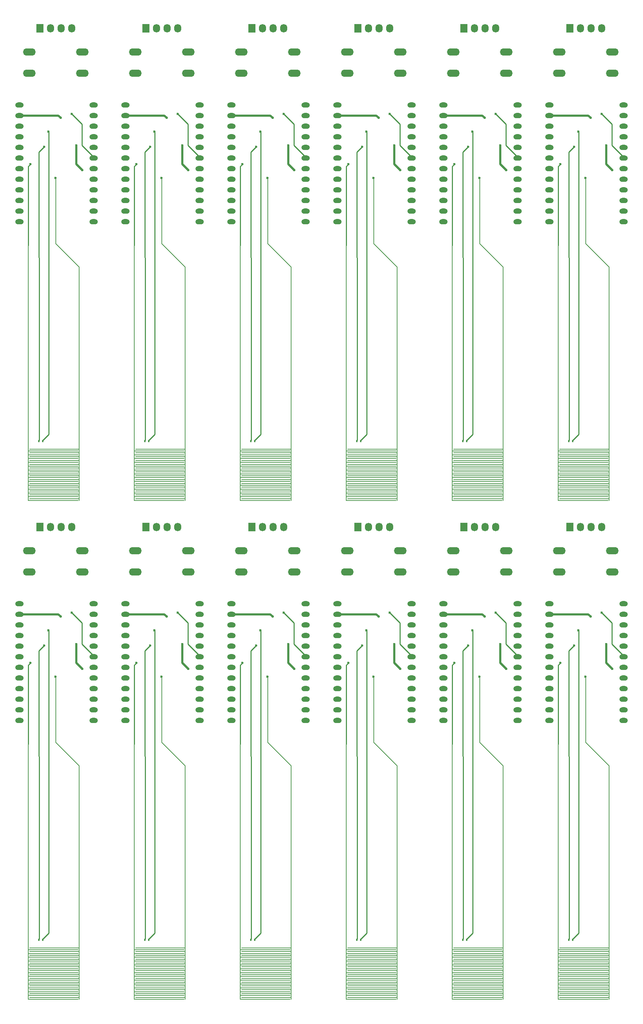
<source format=gtl>
G04 #@! TF.FileFunction,Copper,L1,Top,Signal*
%FSLAX46Y46*%
G04 Gerber Fmt 4.6, Leading zero omitted, Abs format (unit mm)*
G04 Created by KiCad (PCBNEW 4.0.1-stable) date 10/3/2016 4:29:35 PM*
%MOMM*%
G01*
G04 APERTURE LIST*
%ADD10C,0.100000*%
%ADD11O,3.048000X1.727200*%
%ADD12R,0.400000X0.600000*%
%ADD13R,1.727200X2.032000*%
%ADD14O,1.727200X2.032000*%
%ADD15O,2.000000X1.270000*%
%ADD16C,0.600000*%
%ADD17C,0.152400*%
%ADD18C,0.250000*%
%ADD19C,0.500000*%
G04 APERTURE END LIST*
D10*
D11*
X129895600Y-26238200D03*
X129895600Y-31318200D03*
X142595600Y-26238200D03*
X142595600Y-31318200D03*
D12*
X132239600Y-119329200D03*
X133139600Y-119329200D03*
D13*
X132486400Y-20548600D03*
D14*
X135026400Y-20548600D03*
X137566400Y-20548600D03*
X140106400Y-20548600D03*
D15*
X145338800Y-38887400D03*
X127558800Y-38887400D03*
X145338800Y-41427400D03*
X127558800Y-41427400D03*
X145338800Y-43967400D03*
X127558800Y-43967400D03*
X145338800Y-46507400D03*
X127558800Y-46507400D03*
X145338800Y-49047400D03*
X127558800Y-49047400D03*
X145338800Y-51587400D03*
X127558800Y-51587400D03*
X145338800Y-54127400D03*
X127558800Y-54127400D03*
X145338800Y-56667400D03*
X127558800Y-56667400D03*
X145338800Y-59207400D03*
X127558800Y-59207400D03*
X145338800Y-61747400D03*
X127558800Y-61747400D03*
X145338800Y-64287400D03*
X127558800Y-64287400D03*
X145338800Y-66827400D03*
X127558800Y-66827400D03*
D11*
X155295600Y-26238200D03*
X155295600Y-31318200D03*
X167995600Y-26238200D03*
X167995600Y-31318200D03*
D12*
X157639600Y-119329200D03*
X158539600Y-119329200D03*
D13*
X157886400Y-20548600D03*
D14*
X160426400Y-20548600D03*
X162966400Y-20548600D03*
X165506400Y-20548600D03*
D15*
X170738800Y-38887400D03*
X152958800Y-38887400D03*
X170738800Y-41427400D03*
X152958800Y-41427400D03*
X170738800Y-43967400D03*
X152958800Y-43967400D03*
X170738800Y-46507400D03*
X152958800Y-46507400D03*
X170738800Y-49047400D03*
X152958800Y-49047400D03*
X170738800Y-51587400D03*
X152958800Y-51587400D03*
X170738800Y-54127400D03*
X152958800Y-54127400D03*
X170738800Y-56667400D03*
X152958800Y-56667400D03*
X170738800Y-59207400D03*
X152958800Y-59207400D03*
X170738800Y-61747400D03*
X152958800Y-61747400D03*
X170738800Y-64287400D03*
X152958800Y-64287400D03*
X170738800Y-66827400D03*
X152958800Y-66827400D03*
X170738800Y-158267400D03*
X152958800Y-158267400D03*
X170738800Y-160807400D03*
X152958800Y-160807400D03*
X170738800Y-163347400D03*
X152958800Y-163347400D03*
X170738800Y-165887400D03*
X152958800Y-165887400D03*
X170738800Y-168427400D03*
X152958800Y-168427400D03*
X170738800Y-170967400D03*
X152958800Y-170967400D03*
X170738800Y-173507400D03*
X152958800Y-173507400D03*
X170738800Y-176047400D03*
X152958800Y-176047400D03*
X170738800Y-178587400D03*
X152958800Y-178587400D03*
X170738800Y-181127400D03*
X152958800Y-181127400D03*
X170738800Y-183667400D03*
X152958800Y-183667400D03*
X170738800Y-186207400D03*
X152958800Y-186207400D03*
D13*
X157886400Y-139928600D03*
D14*
X160426400Y-139928600D03*
X162966400Y-139928600D03*
X165506400Y-139928600D03*
D12*
X157639600Y-238709200D03*
X158539600Y-238709200D03*
D11*
X155295600Y-145618200D03*
X155295600Y-150698200D03*
X167995600Y-145618200D03*
X167995600Y-150698200D03*
D15*
X145338800Y-158267400D03*
X127558800Y-158267400D03*
X145338800Y-160807400D03*
X127558800Y-160807400D03*
X145338800Y-163347400D03*
X127558800Y-163347400D03*
X145338800Y-165887400D03*
X127558800Y-165887400D03*
X145338800Y-168427400D03*
X127558800Y-168427400D03*
X145338800Y-170967400D03*
X127558800Y-170967400D03*
X145338800Y-173507400D03*
X127558800Y-173507400D03*
X145338800Y-176047400D03*
X127558800Y-176047400D03*
X145338800Y-178587400D03*
X127558800Y-178587400D03*
X145338800Y-181127400D03*
X127558800Y-181127400D03*
X145338800Y-183667400D03*
X127558800Y-183667400D03*
X145338800Y-186207400D03*
X127558800Y-186207400D03*
D13*
X132486400Y-139928600D03*
D14*
X135026400Y-139928600D03*
X137566400Y-139928600D03*
X140106400Y-139928600D03*
D12*
X132239600Y-238709200D03*
X133139600Y-238709200D03*
D11*
X129895600Y-145618200D03*
X129895600Y-150698200D03*
X142595600Y-145618200D03*
X142595600Y-150698200D03*
D15*
X43738800Y-158267400D03*
X25958800Y-158267400D03*
X43738800Y-160807400D03*
X25958800Y-160807400D03*
X43738800Y-163347400D03*
X25958800Y-163347400D03*
X43738800Y-165887400D03*
X25958800Y-165887400D03*
X43738800Y-168427400D03*
X25958800Y-168427400D03*
X43738800Y-170967400D03*
X25958800Y-170967400D03*
X43738800Y-173507400D03*
X25958800Y-173507400D03*
X43738800Y-176047400D03*
X25958800Y-176047400D03*
X43738800Y-178587400D03*
X25958800Y-178587400D03*
X43738800Y-181127400D03*
X25958800Y-181127400D03*
X43738800Y-183667400D03*
X25958800Y-183667400D03*
X43738800Y-186207400D03*
X25958800Y-186207400D03*
D13*
X30886400Y-139928600D03*
D14*
X33426400Y-139928600D03*
X35966400Y-139928600D03*
X38506400Y-139928600D03*
D12*
X30639600Y-238709200D03*
X31539600Y-238709200D03*
D11*
X28295600Y-145618200D03*
X28295600Y-150698200D03*
X40995600Y-145618200D03*
X40995600Y-150698200D03*
X53695600Y-145618200D03*
X53695600Y-150698200D03*
X66395600Y-145618200D03*
X66395600Y-150698200D03*
D12*
X56039600Y-238709200D03*
X56939600Y-238709200D03*
D13*
X56286400Y-139928600D03*
D14*
X58826400Y-139928600D03*
X61366400Y-139928600D03*
X63906400Y-139928600D03*
D15*
X69138800Y-158267400D03*
X51358800Y-158267400D03*
X69138800Y-160807400D03*
X51358800Y-160807400D03*
X69138800Y-163347400D03*
X51358800Y-163347400D03*
X69138800Y-165887400D03*
X51358800Y-165887400D03*
X69138800Y-168427400D03*
X51358800Y-168427400D03*
X69138800Y-170967400D03*
X51358800Y-170967400D03*
X69138800Y-173507400D03*
X51358800Y-173507400D03*
X69138800Y-176047400D03*
X51358800Y-176047400D03*
X69138800Y-178587400D03*
X51358800Y-178587400D03*
X69138800Y-181127400D03*
X51358800Y-181127400D03*
X69138800Y-183667400D03*
X51358800Y-183667400D03*
X69138800Y-186207400D03*
X51358800Y-186207400D03*
X119938800Y-158267400D03*
X102158800Y-158267400D03*
X119938800Y-160807400D03*
X102158800Y-160807400D03*
X119938800Y-163347400D03*
X102158800Y-163347400D03*
X119938800Y-165887400D03*
X102158800Y-165887400D03*
X119938800Y-168427400D03*
X102158800Y-168427400D03*
X119938800Y-170967400D03*
X102158800Y-170967400D03*
X119938800Y-173507400D03*
X102158800Y-173507400D03*
X119938800Y-176047400D03*
X102158800Y-176047400D03*
X119938800Y-178587400D03*
X102158800Y-178587400D03*
X119938800Y-181127400D03*
X102158800Y-181127400D03*
X119938800Y-183667400D03*
X102158800Y-183667400D03*
X119938800Y-186207400D03*
X102158800Y-186207400D03*
D13*
X107086400Y-139928600D03*
D14*
X109626400Y-139928600D03*
X112166400Y-139928600D03*
X114706400Y-139928600D03*
D12*
X106839600Y-238709200D03*
X107739600Y-238709200D03*
D11*
X104495600Y-145618200D03*
X104495600Y-150698200D03*
X117195600Y-145618200D03*
X117195600Y-150698200D03*
X79095600Y-145618200D03*
X79095600Y-150698200D03*
X91795600Y-145618200D03*
X91795600Y-150698200D03*
D12*
X81439600Y-238709200D03*
X82339600Y-238709200D03*
D13*
X81686400Y-139928600D03*
D14*
X84226400Y-139928600D03*
X86766400Y-139928600D03*
X89306400Y-139928600D03*
D15*
X94538800Y-158267400D03*
X76758800Y-158267400D03*
X94538800Y-160807400D03*
X76758800Y-160807400D03*
X94538800Y-163347400D03*
X76758800Y-163347400D03*
X94538800Y-165887400D03*
X76758800Y-165887400D03*
X94538800Y-168427400D03*
X76758800Y-168427400D03*
X94538800Y-170967400D03*
X76758800Y-170967400D03*
X94538800Y-173507400D03*
X76758800Y-173507400D03*
X94538800Y-176047400D03*
X76758800Y-176047400D03*
X94538800Y-178587400D03*
X76758800Y-178587400D03*
X94538800Y-181127400D03*
X76758800Y-181127400D03*
X94538800Y-183667400D03*
X76758800Y-183667400D03*
X94538800Y-186207400D03*
X76758800Y-186207400D03*
X94538800Y-38887400D03*
X76758800Y-38887400D03*
X94538800Y-41427400D03*
X76758800Y-41427400D03*
X94538800Y-43967400D03*
X76758800Y-43967400D03*
X94538800Y-46507400D03*
X76758800Y-46507400D03*
X94538800Y-49047400D03*
X76758800Y-49047400D03*
X94538800Y-51587400D03*
X76758800Y-51587400D03*
X94538800Y-54127400D03*
X76758800Y-54127400D03*
X94538800Y-56667400D03*
X76758800Y-56667400D03*
X94538800Y-59207400D03*
X76758800Y-59207400D03*
X94538800Y-61747400D03*
X76758800Y-61747400D03*
X94538800Y-64287400D03*
X76758800Y-64287400D03*
X94538800Y-66827400D03*
X76758800Y-66827400D03*
D13*
X81686400Y-20548600D03*
D14*
X84226400Y-20548600D03*
X86766400Y-20548600D03*
X89306400Y-20548600D03*
D12*
X81439600Y-119329200D03*
X82339600Y-119329200D03*
D11*
X79095600Y-26238200D03*
X79095600Y-31318200D03*
X91795600Y-26238200D03*
X91795600Y-31318200D03*
X104495600Y-26238200D03*
X104495600Y-31318200D03*
X117195600Y-26238200D03*
X117195600Y-31318200D03*
D12*
X106839600Y-119329200D03*
X107739600Y-119329200D03*
D13*
X107086400Y-20548600D03*
D14*
X109626400Y-20548600D03*
X112166400Y-20548600D03*
X114706400Y-20548600D03*
D15*
X119938800Y-38887400D03*
X102158800Y-38887400D03*
X119938800Y-41427400D03*
X102158800Y-41427400D03*
X119938800Y-43967400D03*
X102158800Y-43967400D03*
X119938800Y-46507400D03*
X102158800Y-46507400D03*
X119938800Y-49047400D03*
X102158800Y-49047400D03*
X119938800Y-51587400D03*
X102158800Y-51587400D03*
X119938800Y-54127400D03*
X102158800Y-54127400D03*
X119938800Y-56667400D03*
X102158800Y-56667400D03*
X119938800Y-59207400D03*
X102158800Y-59207400D03*
X119938800Y-61747400D03*
X102158800Y-61747400D03*
X119938800Y-64287400D03*
X102158800Y-64287400D03*
X119938800Y-66827400D03*
X102158800Y-66827400D03*
X69138800Y-38887400D03*
X51358800Y-38887400D03*
X69138800Y-41427400D03*
X51358800Y-41427400D03*
X69138800Y-43967400D03*
X51358800Y-43967400D03*
X69138800Y-46507400D03*
X51358800Y-46507400D03*
X69138800Y-49047400D03*
X51358800Y-49047400D03*
X69138800Y-51587400D03*
X51358800Y-51587400D03*
X69138800Y-54127400D03*
X51358800Y-54127400D03*
X69138800Y-56667400D03*
X51358800Y-56667400D03*
X69138800Y-59207400D03*
X51358800Y-59207400D03*
X69138800Y-61747400D03*
X51358800Y-61747400D03*
X69138800Y-64287400D03*
X51358800Y-64287400D03*
X69138800Y-66827400D03*
X51358800Y-66827400D03*
D13*
X56286400Y-20548600D03*
D14*
X58826400Y-20548600D03*
X61366400Y-20548600D03*
X63906400Y-20548600D03*
D12*
X56039600Y-119329200D03*
X56939600Y-119329200D03*
D11*
X53695600Y-26238200D03*
X53695600Y-31318200D03*
X66395600Y-26238200D03*
X66395600Y-31318200D03*
X28295600Y-26238200D03*
X28295600Y-31318200D03*
X40995600Y-26238200D03*
X40995600Y-31318200D03*
D12*
X30639600Y-119329200D03*
X31539600Y-119329200D03*
D13*
X30886400Y-20548600D03*
D14*
X33426400Y-20548600D03*
X35966400Y-20548600D03*
X38506400Y-20548600D03*
D15*
X43738800Y-38887400D03*
X25958800Y-38887400D03*
X43738800Y-41427400D03*
X25958800Y-41427400D03*
X43738800Y-43967400D03*
X25958800Y-43967400D03*
X43738800Y-46507400D03*
X25958800Y-46507400D03*
X43738800Y-49047400D03*
X25958800Y-49047400D03*
X43738800Y-51587400D03*
X25958800Y-51587400D03*
X43738800Y-54127400D03*
X25958800Y-54127400D03*
X43738800Y-56667400D03*
X25958800Y-56667400D03*
X43738800Y-59207400D03*
X25958800Y-59207400D03*
X43738800Y-61747400D03*
X25958800Y-61747400D03*
X43738800Y-64287400D03*
X25958800Y-64287400D03*
X43738800Y-66827400D03*
X25958800Y-66827400D03*
D16*
X134493000Y-45237400D03*
X159893000Y-45237400D03*
X159893000Y-164617400D03*
X134493000Y-164617400D03*
X32893000Y-164617400D03*
X58293000Y-164617400D03*
X109093000Y-164617400D03*
X83693000Y-164617400D03*
X83693000Y-45237400D03*
X109093000Y-45237400D03*
X58293000Y-45237400D03*
X32893000Y-45237400D03*
X141147800Y-48514000D03*
X142595600Y-54508400D03*
X137414000Y-41986200D03*
X166547800Y-48514000D03*
X167995600Y-54508400D03*
X162814000Y-41986200D03*
X162814000Y-161366200D03*
X167995600Y-173888400D03*
X166547800Y-167894000D03*
X137414000Y-161366200D03*
X142595600Y-173888400D03*
X141147800Y-167894000D03*
X35814000Y-161366200D03*
X40995600Y-173888400D03*
X39547800Y-167894000D03*
X64947800Y-167894000D03*
X66395600Y-173888400D03*
X61214000Y-161366200D03*
X112014000Y-161366200D03*
X117195600Y-173888400D03*
X115747800Y-167894000D03*
X90347800Y-167894000D03*
X91795600Y-173888400D03*
X86614000Y-161366200D03*
X86614000Y-41986200D03*
X91795600Y-54508400D03*
X90347800Y-48514000D03*
X115747800Y-48514000D03*
X117195600Y-54508400D03*
X112014000Y-41986200D03*
X61214000Y-41986200D03*
X66395600Y-54508400D03*
X64947800Y-48514000D03*
X39547800Y-48514000D03*
X40995600Y-54508400D03*
X35814000Y-41986200D03*
X133477000Y-48869600D03*
X158877000Y-48869600D03*
X158877000Y-168249600D03*
X133477000Y-168249600D03*
X31877000Y-168249600D03*
X57277000Y-168249600D03*
X108077000Y-168249600D03*
X82677000Y-168249600D03*
X82677000Y-48869600D03*
X108077000Y-48869600D03*
X57277000Y-48869600D03*
X31877000Y-48869600D03*
X136220200Y-56311800D03*
X161620200Y-56311800D03*
X161620200Y-175691800D03*
X136220200Y-175691800D03*
X34620200Y-175691800D03*
X60020200Y-175691800D03*
X110820200Y-175691800D03*
X85420200Y-175691800D03*
X85420200Y-56311800D03*
X110820200Y-56311800D03*
X60020200Y-56311800D03*
X34620200Y-56311800D03*
X130175000Y-53060600D03*
X155575000Y-53060600D03*
X155575000Y-172440600D03*
X130175000Y-172440600D03*
X28575000Y-172440600D03*
X53975000Y-172440600D03*
X104775000Y-172440600D03*
X79375000Y-172440600D03*
X79375000Y-53060600D03*
X104775000Y-53060600D03*
X53975000Y-53060600D03*
X28575000Y-53060600D03*
X140081000Y-41046400D03*
X165481000Y-41046400D03*
X165481000Y-160426400D03*
X140081000Y-160426400D03*
X38481000Y-160426400D03*
X63881000Y-160426400D03*
X114681000Y-160426400D03*
X89281000Y-160426400D03*
X89281000Y-41046400D03*
X114681000Y-41046400D03*
X63881000Y-41046400D03*
X38481000Y-41046400D03*
D17*
X129695000Y-121374400D02*
X129695000Y-128153220D01*
X129695000Y-128153220D02*
X129695000Y-133566400D01*
X129695000Y-133566400D02*
X141582200Y-133566400D01*
X129695000Y-128080000D02*
X141582200Y-128080000D01*
X141887000Y-121247400D02*
X129999800Y-121247400D01*
X141887000Y-133109200D02*
X129999800Y-133109200D01*
X129695000Y-132652000D02*
X141582200Y-132652000D01*
X129695000Y-131737600D02*
X141582200Y-131737600D01*
X141887000Y-131280400D02*
X129999800Y-131280400D01*
X129695000Y-130823200D02*
X141582200Y-130823200D01*
X141887000Y-130366000D02*
X129999800Y-130366000D01*
X129695000Y-129908800D02*
X141582200Y-129908800D01*
X141887000Y-129451600D02*
X129999800Y-129451600D01*
X129695000Y-128994400D02*
X141582200Y-128994400D01*
X141887000Y-128537200D02*
X129999800Y-128537200D01*
X141887000Y-127622800D02*
X129999800Y-127622800D01*
X129695000Y-127165600D02*
X141582200Y-127165600D01*
X141887000Y-126708400D02*
X129999800Y-126708400D01*
X129695000Y-126251200D02*
X141582200Y-126251200D01*
X141887000Y-125794000D02*
X129999800Y-125794000D01*
X129695000Y-125336800D02*
X141582200Y-125336800D01*
X141887000Y-124879600D02*
X129999800Y-124879600D01*
X129695000Y-124422400D02*
X141582200Y-124422400D01*
X141887000Y-123965200D02*
X129999800Y-123965200D01*
X129695000Y-123508000D02*
X141582200Y-123508000D01*
X141887000Y-123050800D02*
X129999800Y-123050800D01*
X129695000Y-122593600D02*
X141582200Y-122593600D01*
X141887000Y-122136400D02*
X129999800Y-122136400D01*
X141887000Y-133566400D02*
X141887000Y-133416040D01*
X141887000Y-133416040D02*
X141887000Y-132790400D01*
X141887000Y-132190400D02*
X141887000Y-121374400D01*
X141887000Y-132790400D02*
X141887000Y-132190400D01*
X141887000Y-132194800D02*
X129999800Y-132194800D01*
X155095000Y-121374400D02*
X155095000Y-128153220D01*
X155095000Y-128153220D02*
X155095000Y-133566400D01*
X155095000Y-133566400D02*
X166982200Y-133566400D01*
X155095000Y-128080000D02*
X166982200Y-128080000D01*
X167287000Y-121247400D02*
X155399800Y-121247400D01*
X167287000Y-133109200D02*
X155399800Y-133109200D01*
X155095000Y-132652000D02*
X166982200Y-132652000D01*
X155095000Y-131737600D02*
X166982200Y-131737600D01*
X167287000Y-131280400D02*
X155399800Y-131280400D01*
X155095000Y-130823200D02*
X166982200Y-130823200D01*
X167287000Y-130366000D02*
X155399800Y-130366000D01*
X155095000Y-129908800D02*
X166982200Y-129908800D01*
X167287000Y-129451600D02*
X155399800Y-129451600D01*
X155095000Y-128994400D02*
X166982200Y-128994400D01*
X167287000Y-128537200D02*
X155399800Y-128537200D01*
X167287000Y-127622800D02*
X155399800Y-127622800D01*
X155095000Y-127165600D02*
X166982200Y-127165600D01*
X167287000Y-126708400D02*
X155399800Y-126708400D01*
X155095000Y-126251200D02*
X166982200Y-126251200D01*
X167287000Y-125794000D02*
X155399800Y-125794000D01*
X155095000Y-125336800D02*
X166982200Y-125336800D01*
X167287000Y-124879600D02*
X155399800Y-124879600D01*
X155095000Y-124422400D02*
X166982200Y-124422400D01*
X167287000Y-123965200D02*
X155399800Y-123965200D01*
X155095000Y-123508000D02*
X166982200Y-123508000D01*
X167287000Y-123050800D02*
X155399800Y-123050800D01*
X155095000Y-122593600D02*
X166982200Y-122593600D01*
X167287000Y-122136400D02*
X155399800Y-122136400D01*
X167287000Y-133566400D02*
X167287000Y-133416040D01*
X167287000Y-133416040D02*
X167287000Y-132790400D01*
X167287000Y-132190400D02*
X167287000Y-121374400D01*
X167287000Y-132790400D02*
X167287000Y-132190400D01*
X167287000Y-132194800D02*
X155399800Y-132194800D01*
X167287000Y-251574800D02*
X155399800Y-251574800D01*
X167287000Y-252170400D02*
X167287000Y-251570400D01*
X167287000Y-251570400D02*
X167287000Y-240754400D01*
X167287000Y-252796040D02*
X167287000Y-252170400D01*
X167287000Y-252946400D02*
X167287000Y-252796040D01*
X167287000Y-241516400D02*
X155399800Y-241516400D01*
X155095000Y-241973600D02*
X166982200Y-241973600D01*
X167287000Y-242430800D02*
X155399800Y-242430800D01*
X155095000Y-242888000D02*
X166982200Y-242888000D01*
X167287000Y-243345200D02*
X155399800Y-243345200D01*
X155095000Y-243802400D02*
X166982200Y-243802400D01*
X167287000Y-244259600D02*
X155399800Y-244259600D01*
X155095000Y-244716800D02*
X166982200Y-244716800D01*
X167287000Y-245174000D02*
X155399800Y-245174000D01*
X155095000Y-245631200D02*
X166982200Y-245631200D01*
X167287000Y-246088400D02*
X155399800Y-246088400D01*
X155095000Y-246545600D02*
X166982200Y-246545600D01*
X167287000Y-247002800D02*
X155399800Y-247002800D01*
X167287000Y-247917200D02*
X155399800Y-247917200D01*
X155095000Y-248374400D02*
X166982200Y-248374400D01*
X167287000Y-248831600D02*
X155399800Y-248831600D01*
X155095000Y-249288800D02*
X166982200Y-249288800D01*
X167287000Y-249746000D02*
X155399800Y-249746000D01*
X155095000Y-250203200D02*
X166982200Y-250203200D01*
X167287000Y-250660400D02*
X155399800Y-250660400D01*
X155095000Y-251117600D02*
X166982200Y-251117600D01*
X155095000Y-252032000D02*
X166982200Y-252032000D01*
X167287000Y-252489200D02*
X155399800Y-252489200D01*
X167287000Y-240627400D02*
X155399800Y-240627400D01*
X155095000Y-247460000D02*
X166982200Y-247460000D01*
X155095000Y-252946400D02*
X166982200Y-252946400D01*
X155095000Y-247533220D02*
X155095000Y-252946400D01*
X155095000Y-240754400D02*
X155095000Y-247533220D01*
X141887000Y-251574800D02*
X129999800Y-251574800D01*
X141887000Y-252170400D02*
X141887000Y-251570400D01*
X141887000Y-251570400D02*
X141887000Y-240754400D01*
X141887000Y-252796040D02*
X141887000Y-252170400D01*
X141887000Y-252946400D02*
X141887000Y-252796040D01*
X141887000Y-241516400D02*
X129999800Y-241516400D01*
X129695000Y-241973600D02*
X141582200Y-241973600D01*
X141887000Y-242430800D02*
X129999800Y-242430800D01*
X129695000Y-242888000D02*
X141582200Y-242888000D01*
X141887000Y-243345200D02*
X129999800Y-243345200D01*
X129695000Y-243802400D02*
X141582200Y-243802400D01*
X141887000Y-244259600D02*
X129999800Y-244259600D01*
X129695000Y-244716800D02*
X141582200Y-244716800D01*
X141887000Y-245174000D02*
X129999800Y-245174000D01*
X129695000Y-245631200D02*
X141582200Y-245631200D01*
X141887000Y-246088400D02*
X129999800Y-246088400D01*
X129695000Y-246545600D02*
X141582200Y-246545600D01*
X141887000Y-247002800D02*
X129999800Y-247002800D01*
X141887000Y-247917200D02*
X129999800Y-247917200D01*
X129695000Y-248374400D02*
X141582200Y-248374400D01*
X141887000Y-248831600D02*
X129999800Y-248831600D01*
X129695000Y-249288800D02*
X141582200Y-249288800D01*
X141887000Y-249746000D02*
X129999800Y-249746000D01*
X129695000Y-250203200D02*
X141582200Y-250203200D01*
X141887000Y-250660400D02*
X129999800Y-250660400D01*
X129695000Y-251117600D02*
X141582200Y-251117600D01*
X129695000Y-252032000D02*
X141582200Y-252032000D01*
X141887000Y-252489200D02*
X129999800Y-252489200D01*
X141887000Y-240627400D02*
X129999800Y-240627400D01*
X129695000Y-247460000D02*
X141582200Y-247460000D01*
X129695000Y-252946400D02*
X141582200Y-252946400D01*
X129695000Y-247533220D02*
X129695000Y-252946400D01*
X129695000Y-240754400D02*
X129695000Y-247533220D01*
X40287000Y-251574800D02*
X28399800Y-251574800D01*
X40287000Y-252170400D02*
X40287000Y-251570400D01*
X40287000Y-251570400D02*
X40287000Y-240754400D01*
X40287000Y-252796040D02*
X40287000Y-252170400D01*
X40287000Y-252946400D02*
X40287000Y-252796040D01*
X40287000Y-241516400D02*
X28399800Y-241516400D01*
X28095000Y-241973600D02*
X39982200Y-241973600D01*
X40287000Y-242430800D02*
X28399800Y-242430800D01*
X28095000Y-242888000D02*
X39982200Y-242888000D01*
X40287000Y-243345200D02*
X28399800Y-243345200D01*
X28095000Y-243802400D02*
X39982200Y-243802400D01*
X40287000Y-244259600D02*
X28399800Y-244259600D01*
X28095000Y-244716800D02*
X39982200Y-244716800D01*
X40287000Y-245174000D02*
X28399800Y-245174000D01*
X28095000Y-245631200D02*
X39982200Y-245631200D01*
X40287000Y-246088400D02*
X28399800Y-246088400D01*
X28095000Y-246545600D02*
X39982200Y-246545600D01*
X40287000Y-247002800D02*
X28399800Y-247002800D01*
X40287000Y-247917200D02*
X28399800Y-247917200D01*
X28095000Y-248374400D02*
X39982200Y-248374400D01*
X40287000Y-248831600D02*
X28399800Y-248831600D01*
X28095000Y-249288800D02*
X39982200Y-249288800D01*
X40287000Y-249746000D02*
X28399800Y-249746000D01*
X28095000Y-250203200D02*
X39982200Y-250203200D01*
X40287000Y-250660400D02*
X28399800Y-250660400D01*
X28095000Y-251117600D02*
X39982200Y-251117600D01*
X28095000Y-252032000D02*
X39982200Y-252032000D01*
X40287000Y-252489200D02*
X28399800Y-252489200D01*
X40287000Y-240627400D02*
X28399800Y-240627400D01*
X28095000Y-247460000D02*
X39982200Y-247460000D01*
X28095000Y-252946400D02*
X39982200Y-252946400D01*
X28095000Y-247533220D02*
X28095000Y-252946400D01*
X28095000Y-240754400D02*
X28095000Y-247533220D01*
X53495000Y-240754400D02*
X53495000Y-247533220D01*
X53495000Y-247533220D02*
X53495000Y-252946400D01*
X53495000Y-252946400D02*
X65382200Y-252946400D01*
X53495000Y-247460000D02*
X65382200Y-247460000D01*
X65687000Y-240627400D02*
X53799800Y-240627400D01*
X65687000Y-252489200D02*
X53799800Y-252489200D01*
X53495000Y-252032000D02*
X65382200Y-252032000D01*
X53495000Y-251117600D02*
X65382200Y-251117600D01*
X65687000Y-250660400D02*
X53799800Y-250660400D01*
X53495000Y-250203200D02*
X65382200Y-250203200D01*
X65687000Y-249746000D02*
X53799800Y-249746000D01*
X53495000Y-249288800D02*
X65382200Y-249288800D01*
X65687000Y-248831600D02*
X53799800Y-248831600D01*
X53495000Y-248374400D02*
X65382200Y-248374400D01*
X65687000Y-247917200D02*
X53799800Y-247917200D01*
X65687000Y-247002800D02*
X53799800Y-247002800D01*
X53495000Y-246545600D02*
X65382200Y-246545600D01*
X65687000Y-246088400D02*
X53799800Y-246088400D01*
X53495000Y-245631200D02*
X65382200Y-245631200D01*
X65687000Y-245174000D02*
X53799800Y-245174000D01*
X53495000Y-244716800D02*
X65382200Y-244716800D01*
X65687000Y-244259600D02*
X53799800Y-244259600D01*
X53495000Y-243802400D02*
X65382200Y-243802400D01*
X65687000Y-243345200D02*
X53799800Y-243345200D01*
X53495000Y-242888000D02*
X65382200Y-242888000D01*
X65687000Y-242430800D02*
X53799800Y-242430800D01*
X53495000Y-241973600D02*
X65382200Y-241973600D01*
X65687000Y-241516400D02*
X53799800Y-241516400D01*
X65687000Y-252946400D02*
X65687000Y-252796040D01*
X65687000Y-252796040D02*
X65687000Y-252170400D01*
X65687000Y-251570400D02*
X65687000Y-240754400D01*
X65687000Y-252170400D02*
X65687000Y-251570400D01*
X65687000Y-251574800D02*
X53799800Y-251574800D01*
X116487000Y-251574800D02*
X104599800Y-251574800D01*
X116487000Y-252170400D02*
X116487000Y-251570400D01*
X116487000Y-251570400D02*
X116487000Y-240754400D01*
X116487000Y-252796040D02*
X116487000Y-252170400D01*
X116487000Y-252946400D02*
X116487000Y-252796040D01*
X116487000Y-241516400D02*
X104599800Y-241516400D01*
X104295000Y-241973600D02*
X116182200Y-241973600D01*
X116487000Y-242430800D02*
X104599800Y-242430800D01*
X104295000Y-242888000D02*
X116182200Y-242888000D01*
X116487000Y-243345200D02*
X104599800Y-243345200D01*
X104295000Y-243802400D02*
X116182200Y-243802400D01*
X116487000Y-244259600D02*
X104599800Y-244259600D01*
X104295000Y-244716800D02*
X116182200Y-244716800D01*
X116487000Y-245174000D02*
X104599800Y-245174000D01*
X104295000Y-245631200D02*
X116182200Y-245631200D01*
X116487000Y-246088400D02*
X104599800Y-246088400D01*
X104295000Y-246545600D02*
X116182200Y-246545600D01*
X116487000Y-247002800D02*
X104599800Y-247002800D01*
X116487000Y-247917200D02*
X104599800Y-247917200D01*
X104295000Y-248374400D02*
X116182200Y-248374400D01*
X116487000Y-248831600D02*
X104599800Y-248831600D01*
X104295000Y-249288800D02*
X116182200Y-249288800D01*
X116487000Y-249746000D02*
X104599800Y-249746000D01*
X104295000Y-250203200D02*
X116182200Y-250203200D01*
X116487000Y-250660400D02*
X104599800Y-250660400D01*
X104295000Y-251117600D02*
X116182200Y-251117600D01*
X104295000Y-252032000D02*
X116182200Y-252032000D01*
X116487000Y-252489200D02*
X104599800Y-252489200D01*
X116487000Y-240627400D02*
X104599800Y-240627400D01*
X104295000Y-247460000D02*
X116182200Y-247460000D01*
X104295000Y-252946400D02*
X116182200Y-252946400D01*
X104295000Y-247533220D02*
X104295000Y-252946400D01*
X104295000Y-240754400D02*
X104295000Y-247533220D01*
X78895000Y-240754400D02*
X78895000Y-247533220D01*
X78895000Y-247533220D02*
X78895000Y-252946400D01*
X78895000Y-252946400D02*
X90782200Y-252946400D01*
X78895000Y-247460000D02*
X90782200Y-247460000D01*
X91087000Y-240627400D02*
X79199800Y-240627400D01*
X91087000Y-252489200D02*
X79199800Y-252489200D01*
X78895000Y-252032000D02*
X90782200Y-252032000D01*
X78895000Y-251117600D02*
X90782200Y-251117600D01*
X91087000Y-250660400D02*
X79199800Y-250660400D01*
X78895000Y-250203200D02*
X90782200Y-250203200D01*
X91087000Y-249746000D02*
X79199800Y-249746000D01*
X78895000Y-249288800D02*
X90782200Y-249288800D01*
X91087000Y-248831600D02*
X79199800Y-248831600D01*
X78895000Y-248374400D02*
X90782200Y-248374400D01*
X91087000Y-247917200D02*
X79199800Y-247917200D01*
X91087000Y-247002800D02*
X79199800Y-247002800D01*
X78895000Y-246545600D02*
X90782200Y-246545600D01*
X91087000Y-246088400D02*
X79199800Y-246088400D01*
X78895000Y-245631200D02*
X90782200Y-245631200D01*
X91087000Y-245174000D02*
X79199800Y-245174000D01*
X78895000Y-244716800D02*
X90782200Y-244716800D01*
X91087000Y-244259600D02*
X79199800Y-244259600D01*
X78895000Y-243802400D02*
X90782200Y-243802400D01*
X91087000Y-243345200D02*
X79199800Y-243345200D01*
X78895000Y-242888000D02*
X90782200Y-242888000D01*
X91087000Y-242430800D02*
X79199800Y-242430800D01*
X78895000Y-241973600D02*
X90782200Y-241973600D01*
X91087000Y-241516400D02*
X79199800Y-241516400D01*
X91087000Y-252946400D02*
X91087000Y-252796040D01*
X91087000Y-252796040D02*
X91087000Y-252170400D01*
X91087000Y-251570400D02*
X91087000Y-240754400D01*
X91087000Y-252170400D02*
X91087000Y-251570400D01*
X91087000Y-251574800D02*
X79199800Y-251574800D01*
X91087000Y-132194800D02*
X79199800Y-132194800D01*
X91087000Y-132790400D02*
X91087000Y-132190400D01*
X91087000Y-132190400D02*
X91087000Y-121374400D01*
X91087000Y-133416040D02*
X91087000Y-132790400D01*
X91087000Y-133566400D02*
X91087000Y-133416040D01*
X91087000Y-122136400D02*
X79199800Y-122136400D01*
X78895000Y-122593600D02*
X90782200Y-122593600D01*
X91087000Y-123050800D02*
X79199800Y-123050800D01*
X78895000Y-123508000D02*
X90782200Y-123508000D01*
X91087000Y-123965200D02*
X79199800Y-123965200D01*
X78895000Y-124422400D02*
X90782200Y-124422400D01*
X91087000Y-124879600D02*
X79199800Y-124879600D01*
X78895000Y-125336800D02*
X90782200Y-125336800D01*
X91087000Y-125794000D02*
X79199800Y-125794000D01*
X78895000Y-126251200D02*
X90782200Y-126251200D01*
X91087000Y-126708400D02*
X79199800Y-126708400D01*
X78895000Y-127165600D02*
X90782200Y-127165600D01*
X91087000Y-127622800D02*
X79199800Y-127622800D01*
X91087000Y-128537200D02*
X79199800Y-128537200D01*
X78895000Y-128994400D02*
X90782200Y-128994400D01*
X91087000Y-129451600D02*
X79199800Y-129451600D01*
X78895000Y-129908800D02*
X90782200Y-129908800D01*
X91087000Y-130366000D02*
X79199800Y-130366000D01*
X78895000Y-130823200D02*
X90782200Y-130823200D01*
X91087000Y-131280400D02*
X79199800Y-131280400D01*
X78895000Y-131737600D02*
X90782200Y-131737600D01*
X78895000Y-132652000D02*
X90782200Y-132652000D01*
X91087000Y-133109200D02*
X79199800Y-133109200D01*
X91087000Y-121247400D02*
X79199800Y-121247400D01*
X78895000Y-128080000D02*
X90782200Y-128080000D01*
X78895000Y-133566400D02*
X90782200Y-133566400D01*
X78895000Y-128153220D02*
X78895000Y-133566400D01*
X78895000Y-121374400D02*
X78895000Y-128153220D01*
X104295000Y-121374400D02*
X104295000Y-128153220D01*
X104295000Y-128153220D02*
X104295000Y-133566400D01*
X104295000Y-133566400D02*
X116182200Y-133566400D01*
X104295000Y-128080000D02*
X116182200Y-128080000D01*
X116487000Y-121247400D02*
X104599800Y-121247400D01*
X116487000Y-133109200D02*
X104599800Y-133109200D01*
X104295000Y-132652000D02*
X116182200Y-132652000D01*
X104295000Y-131737600D02*
X116182200Y-131737600D01*
X116487000Y-131280400D02*
X104599800Y-131280400D01*
X104295000Y-130823200D02*
X116182200Y-130823200D01*
X116487000Y-130366000D02*
X104599800Y-130366000D01*
X104295000Y-129908800D02*
X116182200Y-129908800D01*
X116487000Y-129451600D02*
X104599800Y-129451600D01*
X104295000Y-128994400D02*
X116182200Y-128994400D01*
X116487000Y-128537200D02*
X104599800Y-128537200D01*
X116487000Y-127622800D02*
X104599800Y-127622800D01*
X104295000Y-127165600D02*
X116182200Y-127165600D01*
X116487000Y-126708400D02*
X104599800Y-126708400D01*
X104295000Y-126251200D02*
X116182200Y-126251200D01*
X116487000Y-125794000D02*
X104599800Y-125794000D01*
X104295000Y-125336800D02*
X116182200Y-125336800D01*
X116487000Y-124879600D02*
X104599800Y-124879600D01*
X104295000Y-124422400D02*
X116182200Y-124422400D01*
X116487000Y-123965200D02*
X104599800Y-123965200D01*
X104295000Y-123508000D02*
X116182200Y-123508000D01*
X116487000Y-123050800D02*
X104599800Y-123050800D01*
X104295000Y-122593600D02*
X116182200Y-122593600D01*
X116487000Y-122136400D02*
X104599800Y-122136400D01*
X116487000Y-133566400D02*
X116487000Y-133416040D01*
X116487000Y-133416040D02*
X116487000Y-132790400D01*
X116487000Y-132190400D02*
X116487000Y-121374400D01*
X116487000Y-132790400D02*
X116487000Y-132190400D01*
X116487000Y-132194800D02*
X104599800Y-132194800D01*
X65687000Y-132194800D02*
X53799800Y-132194800D01*
X65687000Y-132790400D02*
X65687000Y-132190400D01*
X65687000Y-132190400D02*
X65687000Y-121374400D01*
X65687000Y-133416040D02*
X65687000Y-132790400D01*
X65687000Y-133566400D02*
X65687000Y-133416040D01*
X65687000Y-122136400D02*
X53799800Y-122136400D01*
X53495000Y-122593600D02*
X65382200Y-122593600D01*
X65687000Y-123050800D02*
X53799800Y-123050800D01*
X53495000Y-123508000D02*
X65382200Y-123508000D01*
X65687000Y-123965200D02*
X53799800Y-123965200D01*
X53495000Y-124422400D02*
X65382200Y-124422400D01*
X65687000Y-124879600D02*
X53799800Y-124879600D01*
X53495000Y-125336800D02*
X65382200Y-125336800D01*
X65687000Y-125794000D02*
X53799800Y-125794000D01*
X53495000Y-126251200D02*
X65382200Y-126251200D01*
X65687000Y-126708400D02*
X53799800Y-126708400D01*
X53495000Y-127165600D02*
X65382200Y-127165600D01*
X65687000Y-127622800D02*
X53799800Y-127622800D01*
X65687000Y-128537200D02*
X53799800Y-128537200D01*
X53495000Y-128994400D02*
X65382200Y-128994400D01*
X65687000Y-129451600D02*
X53799800Y-129451600D01*
X53495000Y-129908800D02*
X65382200Y-129908800D01*
X65687000Y-130366000D02*
X53799800Y-130366000D01*
X53495000Y-130823200D02*
X65382200Y-130823200D01*
X65687000Y-131280400D02*
X53799800Y-131280400D01*
X53495000Y-131737600D02*
X65382200Y-131737600D01*
X53495000Y-132652000D02*
X65382200Y-132652000D01*
X65687000Y-133109200D02*
X53799800Y-133109200D01*
X65687000Y-121247400D02*
X53799800Y-121247400D01*
X53495000Y-128080000D02*
X65382200Y-128080000D01*
X53495000Y-133566400D02*
X65382200Y-133566400D01*
X53495000Y-128153220D02*
X53495000Y-133566400D01*
X53495000Y-121374400D02*
X53495000Y-128153220D01*
X28095000Y-121374400D02*
X28095000Y-128153220D01*
X28095000Y-128153220D02*
X28095000Y-133566400D01*
X28095000Y-133566400D02*
X39982200Y-133566400D01*
X28095000Y-128080000D02*
X39982200Y-128080000D01*
X40287000Y-121247400D02*
X28399800Y-121247400D01*
X40287000Y-133109200D02*
X28399800Y-133109200D01*
X28095000Y-132652000D02*
X39982200Y-132652000D01*
X28095000Y-131737600D02*
X39982200Y-131737600D01*
X40287000Y-131280400D02*
X28399800Y-131280400D01*
X28095000Y-130823200D02*
X39982200Y-130823200D01*
X40287000Y-130366000D02*
X28399800Y-130366000D01*
X28095000Y-129908800D02*
X39982200Y-129908800D01*
X40287000Y-129451600D02*
X28399800Y-129451600D01*
X28095000Y-128994400D02*
X39982200Y-128994400D01*
X40287000Y-128537200D02*
X28399800Y-128537200D01*
X40287000Y-127622800D02*
X28399800Y-127622800D01*
X28095000Y-127165600D02*
X39982200Y-127165600D01*
X40287000Y-126708400D02*
X28399800Y-126708400D01*
X28095000Y-126251200D02*
X39982200Y-126251200D01*
X40287000Y-125794000D02*
X28399800Y-125794000D01*
X28095000Y-125336800D02*
X39982200Y-125336800D01*
X40287000Y-124879600D02*
X28399800Y-124879600D01*
X28095000Y-124422400D02*
X39982200Y-124422400D01*
X40287000Y-123965200D02*
X28399800Y-123965200D01*
X28095000Y-123508000D02*
X39982200Y-123508000D01*
X40287000Y-123050800D02*
X28399800Y-123050800D01*
X28095000Y-122593600D02*
X39982200Y-122593600D01*
X40287000Y-122136400D02*
X28399800Y-122136400D01*
X40287000Y-133566400D02*
X40287000Y-133416040D01*
X40287000Y-133416040D02*
X40287000Y-132790400D01*
X40287000Y-132190400D02*
X40287000Y-121374400D01*
X40287000Y-132790400D02*
X40287000Y-132190400D01*
X40287000Y-132194800D02*
X28399800Y-132194800D01*
D18*
X134594600Y-70612000D02*
X134594600Y-45339000D01*
X134594600Y-70612000D02*
X134594600Y-117696400D01*
X133038000Y-119253000D02*
X134594600Y-117696400D01*
X134594600Y-45339000D02*
X134493000Y-45237400D01*
X134493000Y-45237400D02*
X134543800Y-45288200D01*
X159994600Y-70612000D02*
X159994600Y-45339000D01*
X159994600Y-70612000D02*
X159994600Y-117696400D01*
X158438000Y-119253000D02*
X159994600Y-117696400D01*
X159994600Y-45339000D02*
X159893000Y-45237400D01*
X159893000Y-45237400D02*
X159943800Y-45288200D01*
X159893000Y-164617400D02*
X159943800Y-164668200D01*
X159994600Y-164719000D02*
X159893000Y-164617400D01*
X158438000Y-238633000D02*
X159994600Y-237076400D01*
X159994600Y-189992000D02*
X159994600Y-237076400D01*
X159994600Y-189992000D02*
X159994600Y-164719000D01*
X134493000Y-164617400D02*
X134543800Y-164668200D01*
X134594600Y-164719000D02*
X134493000Y-164617400D01*
X133038000Y-238633000D02*
X134594600Y-237076400D01*
X134594600Y-189992000D02*
X134594600Y-237076400D01*
X134594600Y-189992000D02*
X134594600Y-164719000D01*
X32893000Y-164617400D02*
X32943800Y-164668200D01*
X32994600Y-164719000D02*
X32893000Y-164617400D01*
X31438000Y-238633000D02*
X32994600Y-237076400D01*
X32994600Y-189992000D02*
X32994600Y-237076400D01*
X32994600Y-189992000D02*
X32994600Y-164719000D01*
X58394600Y-189992000D02*
X58394600Y-164719000D01*
X58394600Y-189992000D02*
X58394600Y-237076400D01*
X56838000Y-238633000D02*
X58394600Y-237076400D01*
X58394600Y-164719000D02*
X58293000Y-164617400D01*
X58293000Y-164617400D02*
X58343800Y-164668200D01*
X109093000Y-164617400D02*
X109143800Y-164668200D01*
X109194600Y-164719000D02*
X109093000Y-164617400D01*
X107638000Y-238633000D02*
X109194600Y-237076400D01*
X109194600Y-189992000D02*
X109194600Y-237076400D01*
X109194600Y-189992000D02*
X109194600Y-164719000D01*
X83794600Y-189992000D02*
X83794600Y-164719000D01*
X83794600Y-189992000D02*
X83794600Y-237076400D01*
X82238000Y-238633000D02*
X83794600Y-237076400D01*
X83794600Y-164719000D02*
X83693000Y-164617400D01*
X83693000Y-164617400D02*
X83743800Y-164668200D01*
X83693000Y-45237400D02*
X83743800Y-45288200D01*
X83794600Y-45339000D02*
X83693000Y-45237400D01*
X82238000Y-119253000D02*
X83794600Y-117696400D01*
X83794600Y-70612000D02*
X83794600Y-117696400D01*
X83794600Y-70612000D02*
X83794600Y-45339000D01*
X109194600Y-70612000D02*
X109194600Y-45339000D01*
X109194600Y-70612000D02*
X109194600Y-117696400D01*
X107638000Y-119253000D02*
X109194600Y-117696400D01*
X109194600Y-45339000D02*
X109093000Y-45237400D01*
X109093000Y-45237400D02*
X109143800Y-45288200D01*
X58293000Y-45237400D02*
X58343800Y-45288200D01*
X58394600Y-45339000D02*
X58293000Y-45237400D01*
X56838000Y-119253000D02*
X58394600Y-117696400D01*
X58394600Y-70612000D02*
X58394600Y-117696400D01*
X58394600Y-70612000D02*
X58394600Y-45339000D01*
X32994600Y-70612000D02*
X32994600Y-45339000D01*
X32994600Y-70612000D02*
X32994600Y-117696400D01*
X31438000Y-119253000D02*
X32994600Y-117696400D01*
X32994600Y-45339000D02*
X32893000Y-45237400D01*
X32893000Y-45237400D02*
X32943800Y-45288200D01*
D19*
X141147800Y-53060600D02*
X141147800Y-48514000D01*
X142595600Y-54508400D02*
X141147800Y-53060600D01*
X136855200Y-41427400D02*
X127558800Y-41427400D01*
X137414000Y-41986200D02*
X136855200Y-41427400D01*
X166547800Y-53060600D02*
X166547800Y-48514000D01*
X167995600Y-54508400D02*
X166547800Y-53060600D01*
X162255200Y-41427400D02*
X152958800Y-41427400D01*
X162814000Y-41986200D02*
X162255200Y-41427400D01*
X162814000Y-161366200D02*
X162255200Y-160807400D01*
X162255200Y-160807400D02*
X152958800Y-160807400D01*
X167995600Y-173888400D02*
X166547800Y-172440600D01*
X166547800Y-172440600D02*
X166547800Y-167894000D01*
X137414000Y-161366200D02*
X136855200Y-160807400D01*
X136855200Y-160807400D02*
X127558800Y-160807400D01*
X142595600Y-173888400D02*
X141147800Y-172440600D01*
X141147800Y-172440600D02*
X141147800Y-167894000D01*
X35814000Y-161366200D02*
X35255200Y-160807400D01*
X35255200Y-160807400D02*
X25958800Y-160807400D01*
X40995600Y-173888400D02*
X39547800Y-172440600D01*
X39547800Y-172440600D02*
X39547800Y-167894000D01*
X64947800Y-172440600D02*
X64947800Y-167894000D01*
X66395600Y-173888400D02*
X64947800Y-172440600D01*
X60655200Y-160807400D02*
X51358800Y-160807400D01*
X61214000Y-161366200D02*
X60655200Y-160807400D01*
X112014000Y-161366200D02*
X111455200Y-160807400D01*
X111455200Y-160807400D02*
X102158800Y-160807400D01*
X117195600Y-173888400D02*
X115747800Y-172440600D01*
X115747800Y-172440600D02*
X115747800Y-167894000D01*
X90347800Y-172440600D02*
X90347800Y-167894000D01*
X91795600Y-173888400D02*
X90347800Y-172440600D01*
X86055200Y-160807400D02*
X76758800Y-160807400D01*
X86614000Y-161366200D02*
X86055200Y-160807400D01*
X86614000Y-41986200D02*
X86055200Y-41427400D01*
X86055200Y-41427400D02*
X76758800Y-41427400D01*
X91795600Y-54508400D02*
X90347800Y-53060600D01*
X90347800Y-53060600D02*
X90347800Y-48514000D01*
X115747800Y-53060600D02*
X115747800Y-48514000D01*
X117195600Y-54508400D02*
X115747800Y-53060600D01*
X111455200Y-41427400D02*
X102158800Y-41427400D01*
X112014000Y-41986200D02*
X111455200Y-41427400D01*
X61214000Y-41986200D02*
X60655200Y-41427400D01*
X60655200Y-41427400D02*
X51358800Y-41427400D01*
X66395600Y-54508400D02*
X64947800Y-53060600D01*
X64947800Y-53060600D02*
X64947800Y-48514000D01*
X39547800Y-53060600D02*
X39547800Y-48514000D01*
X40995600Y-54508400D02*
X39547800Y-53060600D01*
X35255200Y-41427400D02*
X25958800Y-41427400D01*
X35814000Y-41986200D02*
X35255200Y-41427400D01*
D18*
X132207000Y-50139600D02*
X132207000Y-75412600D01*
X133477000Y-48869600D02*
X132207000Y-50139600D01*
X132257800Y-119133200D02*
X132257800Y-75463400D01*
X132207000Y-75412600D02*
X132257800Y-75463400D01*
X132257800Y-119133200D02*
X132138000Y-119253000D01*
X157607000Y-50139600D02*
X157607000Y-75412600D01*
X158877000Y-48869600D02*
X157607000Y-50139600D01*
X157657800Y-119133200D02*
X157657800Y-75463400D01*
X157607000Y-75412600D02*
X157657800Y-75463400D01*
X157657800Y-119133200D02*
X157538000Y-119253000D01*
X157657800Y-238513200D02*
X157538000Y-238633000D01*
X157607000Y-194792600D02*
X157657800Y-194843400D01*
X157657800Y-238513200D02*
X157657800Y-194843400D01*
X158877000Y-168249600D02*
X157607000Y-169519600D01*
X157607000Y-169519600D02*
X157607000Y-194792600D01*
X132257800Y-238513200D02*
X132138000Y-238633000D01*
X132207000Y-194792600D02*
X132257800Y-194843400D01*
X132257800Y-238513200D02*
X132257800Y-194843400D01*
X133477000Y-168249600D02*
X132207000Y-169519600D01*
X132207000Y-169519600D02*
X132207000Y-194792600D01*
X30657800Y-238513200D02*
X30538000Y-238633000D01*
X30607000Y-194792600D02*
X30657800Y-194843400D01*
X30657800Y-238513200D02*
X30657800Y-194843400D01*
X31877000Y-168249600D02*
X30607000Y-169519600D01*
X30607000Y-169519600D02*
X30607000Y-194792600D01*
X56007000Y-169519600D02*
X56007000Y-194792600D01*
X57277000Y-168249600D02*
X56007000Y-169519600D01*
X56057800Y-238513200D02*
X56057800Y-194843400D01*
X56007000Y-194792600D02*
X56057800Y-194843400D01*
X56057800Y-238513200D02*
X55938000Y-238633000D01*
X106857800Y-238513200D02*
X106738000Y-238633000D01*
X106807000Y-194792600D02*
X106857800Y-194843400D01*
X106857800Y-238513200D02*
X106857800Y-194843400D01*
X108077000Y-168249600D02*
X106807000Y-169519600D01*
X106807000Y-169519600D02*
X106807000Y-194792600D01*
X81407000Y-169519600D02*
X81407000Y-194792600D01*
X82677000Y-168249600D02*
X81407000Y-169519600D01*
X81457800Y-238513200D02*
X81457800Y-194843400D01*
X81407000Y-194792600D02*
X81457800Y-194843400D01*
X81457800Y-238513200D02*
X81338000Y-238633000D01*
X81457800Y-119133200D02*
X81338000Y-119253000D01*
X81407000Y-75412600D02*
X81457800Y-75463400D01*
X81457800Y-119133200D02*
X81457800Y-75463400D01*
X82677000Y-48869600D02*
X81407000Y-50139600D01*
X81407000Y-50139600D02*
X81407000Y-75412600D01*
X106807000Y-50139600D02*
X106807000Y-75412600D01*
X108077000Y-48869600D02*
X106807000Y-50139600D01*
X106857800Y-119133200D02*
X106857800Y-75463400D01*
X106807000Y-75412600D02*
X106857800Y-75463400D01*
X106857800Y-119133200D02*
X106738000Y-119253000D01*
X56057800Y-119133200D02*
X55938000Y-119253000D01*
X56007000Y-75412600D02*
X56057800Y-75463400D01*
X56057800Y-119133200D02*
X56057800Y-75463400D01*
X57277000Y-48869600D02*
X56007000Y-50139600D01*
X56007000Y-50139600D02*
X56007000Y-75412600D01*
X30607000Y-50139600D02*
X30607000Y-75412600D01*
X31877000Y-48869600D02*
X30607000Y-50139600D01*
X30657800Y-119133200D02*
X30657800Y-75463400D01*
X30607000Y-75412600D02*
X30657800Y-75463400D01*
X30657800Y-119133200D02*
X30538000Y-119253000D01*
D17*
X141887000Y-120928600D02*
X141887000Y-120328600D01*
X136220200Y-56311800D02*
X136271000Y-56362600D01*
X136271000Y-56362600D02*
X136271000Y-72085200D01*
X136271000Y-72085200D02*
X141836200Y-77650400D01*
X141836200Y-84519000D02*
X141836200Y-84368640D01*
X141836200Y-84368640D02*
X141836200Y-83743000D01*
X141836200Y-83143000D02*
X141836200Y-77650400D01*
X141836200Y-83743000D02*
X141836200Y-83143000D01*
X141836200Y-109461800D02*
X141887000Y-109512600D01*
X141836200Y-84519000D02*
X141836200Y-109461800D01*
X141887000Y-121554240D02*
X141887000Y-121704600D01*
X141887000Y-121554240D02*
X141887000Y-120928600D01*
X141887000Y-120328600D02*
X141887000Y-109512600D01*
X167287000Y-120928600D02*
X167287000Y-120328600D01*
X161620200Y-56311800D02*
X161671000Y-56362600D01*
X161671000Y-56362600D02*
X161671000Y-72085200D01*
X161671000Y-72085200D02*
X167236200Y-77650400D01*
X167236200Y-84519000D02*
X167236200Y-84368640D01*
X167236200Y-84368640D02*
X167236200Y-83743000D01*
X167236200Y-83143000D02*
X167236200Y-77650400D01*
X167236200Y-83743000D02*
X167236200Y-83143000D01*
X167236200Y-109461800D02*
X167287000Y-109512600D01*
X167236200Y-84519000D02*
X167236200Y-109461800D01*
X167287000Y-121554240D02*
X167287000Y-121704600D01*
X167287000Y-121554240D02*
X167287000Y-120928600D01*
X167287000Y-120328600D02*
X167287000Y-109512600D01*
X167287000Y-239708600D02*
X167287000Y-228892600D01*
X167287000Y-240934240D02*
X167287000Y-240308600D01*
X167287000Y-240934240D02*
X167287000Y-241084600D01*
X167236200Y-203899000D02*
X167236200Y-228841800D01*
X167236200Y-228841800D02*
X167287000Y-228892600D01*
X167236200Y-203123000D02*
X167236200Y-202523000D01*
X167236200Y-202523000D02*
X167236200Y-197030400D01*
X167236200Y-203748640D02*
X167236200Y-203123000D01*
X167236200Y-203899000D02*
X167236200Y-203748640D01*
X161671000Y-191465200D02*
X167236200Y-197030400D01*
X161671000Y-175742600D02*
X161671000Y-191465200D01*
X161620200Y-175691800D02*
X161671000Y-175742600D01*
X167287000Y-240308600D02*
X167287000Y-239708600D01*
X141887000Y-239708600D02*
X141887000Y-228892600D01*
X141887000Y-240934240D02*
X141887000Y-240308600D01*
X141887000Y-240934240D02*
X141887000Y-241084600D01*
X141836200Y-203899000D02*
X141836200Y-228841800D01*
X141836200Y-228841800D02*
X141887000Y-228892600D01*
X141836200Y-203123000D02*
X141836200Y-202523000D01*
X141836200Y-202523000D02*
X141836200Y-197030400D01*
X141836200Y-203748640D02*
X141836200Y-203123000D01*
X141836200Y-203899000D02*
X141836200Y-203748640D01*
X136271000Y-191465200D02*
X141836200Y-197030400D01*
X136271000Y-175742600D02*
X136271000Y-191465200D01*
X136220200Y-175691800D02*
X136271000Y-175742600D01*
X141887000Y-240308600D02*
X141887000Y-239708600D01*
X40287000Y-239708600D02*
X40287000Y-228892600D01*
X40287000Y-240934240D02*
X40287000Y-240308600D01*
X40287000Y-240934240D02*
X40287000Y-241084600D01*
X40236200Y-203899000D02*
X40236200Y-228841800D01*
X40236200Y-228841800D02*
X40287000Y-228892600D01*
X40236200Y-203123000D02*
X40236200Y-202523000D01*
X40236200Y-202523000D02*
X40236200Y-197030400D01*
X40236200Y-203748640D02*
X40236200Y-203123000D01*
X40236200Y-203899000D02*
X40236200Y-203748640D01*
X34671000Y-191465200D02*
X40236200Y-197030400D01*
X34671000Y-175742600D02*
X34671000Y-191465200D01*
X34620200Y-175691800D02*
X34671000Y-175742600D01*
X40287000Y-240308600D02*
X40287000Y-239708600D01*
X65687000Y-240308600D02*
X65687000Y-239708600D01*
X60020200Y-175691800D02*
X60071000Y-175742600D01*
X60071000Y-175742600D02*
X60071000Y-191465200D01*
X60071000Y-191465200D02*
X65636200Y-197030400D01*
X65636200Y-203899000D02*
X65636200Y-203748640D01*
X65636200Y-203748640D02*
X65636200Y-203123000D01*
X65636200Y-202523000D02*
X65636200Y-197030400D01*
X65636200Y-203123000D02*
X65636200Y-202523000D01*
X65636200Y-228841800D02*
X65687000Y-228892600D01*
X65636200Y-203899000D02*
X65636200Y-228841800D01*
X65687000Y-240934240D02*
X65687000Y-241084600D01*
X65687000Y-240934240D02*
X65687000Y-240308600D01*
X65687000Y-239708600D02*
X65687000Y-228892600D01*
X116487000Y-239708600D02*
X116487000Y-228892600D01*
X116487000Y-240934240D02*
X116487000Y-240308600D01*
X116487000Y-240934240D02*
X116487000Y-241084600D01*
X116436200Y-203899000D02*
X116436200Y-228841800D01*
X116436200Y-228841800D02*
X116487000Y-228892600D01*
X116436200Y-203123000D02*
X116436200Y-202523000D01*
X116436200Y-202523000D02*
X116436200Y-197030400D01*
X116436200Y-203748640D02*
X116436200Y-203123000D01*
X116436200Y-203899000D02*
X116436200Y-203748640D01*
X110871000Y-191465200D02*
X116436200Y-197030400D01*
X110871000Y-175742600D02*
X110871000Y-191465200D01*
X110820200Y-175691800D02*
X110871000Y-175742600D01*
X116487000Y-240308600D02*
X116487000Y-239708600D01*
X91087000Y-240308600D02*
X91087000Y-239708600D01*
X85420200Y-175691800D02*
X85471000Y-175742600D01*
X85471000Y-175742600D02*
X85471000Y-191465200D01*
X85471000Y-191465200D02*
X91036200Y-197030400D01*
X91036200Y-203899000D02*
X91036200Y-203748640D01*
X91036200Y-203748640D02*
X91036200Y-203123000D01*
X91036200Y-202523000D02*
X91036200Y-197030400D01*
X91036200Y-203123000D02*
X91036200Y-202523000D01*
X91036200Y-228841800D02*
X91087000Y-228892600D01*
X91036200Y-203899000D02*
X91036200Y-228841800D01*
X91087000Y-240934240D02*
X91087000Y-241084600D01*
X91087000Y-240934240D02*
X91087000Y-240308600D01*
X91087000Y-239708600D02*
X91087000Y-228892600D01*
X91087000Y-120328600D02*
X91087000Y-109512600D01*
X91087000Y-121554240D02*
X91087000Y-120928600D01*
X91087000Y-121554240D02*
X91087000Y-121704600D01*
X91036200Y-84519000D02*
X91036200Y-109461800D01*
X91036200Y-109461800D02*
X91087000Y-109512600D01*
X91036200Y-83743000D02*
X91036200Y-83143000D01*
X91036200Y-83143000D02*
X91036200Y-77650400D01*
X91036200Y-84368640D02*
X91036200Y-83743000D01*
X91036200Y-84519000D02*
X91036200Y-84368640D01*
X85471000Y-72085200D02*
X91036200Y-77650400D01*
X85471000Y-56362600D02*
X85471000Y-72085200D01*
X85420200Y-56311800D02*
X85471000Y-56362600D01*
X91087000Y-120928600D02*
X91087000Y-120328600D01*
X116487000Y-120928600D02*
X116487000Y-120328600D01*
X110820200Y-56311800D02*
X110871000Y-56362600D01*
X110871000Y-56362600D02*
X110871000Y-72085200D01*
X110871000Y-72085200D02*
X116436200Y-77650400D01*
X116436200Y-84519000D02*
X116436200Y-84368640D01*
X116436200Y-84368640D02*
X116436200Y-83743000D01*
X116436200Y-83143000D02*
X116436200Y-77650400D01*
X116436200Y-83743000D02*
X116436200Y-83143000D01*
X116436200Y-109461800D02*
X116487000Y-109512600D01*
X116436200Y-84519000D02*
X116436200Y-109461800D01*
X116487000Y-121554240D02*
X116487000Y-121704600D01*
X116487000Y-121554240D02*
X116487000Y-120928600D01*
X116487000Y-120328600D02*
X116487000Y-109512600D01*
X65687000Y-120328600D02*
X65687000Y-109512600D01*
X65687000Y-121554240D02*
X65687000Y-120928600D01*
X65687000Y-121554240D02*
X65687000Y-121704600D01*
X65636200Y-84519000D02*
X65636200Y-109461800D01*
X65636200Y-109461800D02*
X65687000Y-109512600D01*
X65636200Y-83743000D02*
X65636200Y-83143000D01*
X65636200Y-83143000D02*
X65636200Y-77650400D01*
X65636200Y-84368640D02*
X65636200Y-83743000D01*
X65636200Y-84519000D02*
X65636200Y-84368640D01*
X60071000Y-72085200D02*
X65636200Y-77650400D01*
X60071000Y-56362600D02*
X60071000Y-72085200D01*
X60020200Y-56311800D02*
X60071000Y-56362600D01*
X65687000Y-120928600D02*
X65687000Y-120328600D01*
X40287000Y-120928600D02*
X40287000Y-120328600D01*
X34620200Y-56311800D02*
X34671000Y-56362600D01*
X34671000Y-56362600D02*
X34671000Y-72085200D01*
X34671000Y-72085200D02*
X40236200Y-77650400D01*
X40236200Y-84519000D02*
X40236200Y-84368640D01*
X40236200Y-84368640D02*
X40236200Y-83743000D01*
X40236200Y-83143000D02*
X40236200Y-77650400D01*
X40236200Y-83743000D02*
X40236200Y-83143000D01*
X40236200Y-109461800D02*
X40287000Y-109512600D01*
X40236200Y-84519000D02*
X40236200Y-109461800D01*
X40287000Y-121554240D02*
X40287000Y-121704600D01*
X40287000Y-121554240D02*
X40287000Y-120928600D01*
X40287000Y-120328600D02*
X40287000Y-109512600D01*
X141582200Y-121704600D02*
X129695000Y-121704600D01*
X129644200Y-79105820D02*
X129644200Y-72491600D01*
X129644200Y-79105820D02*
X129644200Y-84519000D01*
X129644200Y-109461800D02*
X129695000Y-109512600D01*
X129644200Y-84519000D02*
X129644200Y-109461800D01*
X129695000Y-109512600D02*
X129695000Y-116291420D01*
X129695000Y-116291420D02*
X129695000Y-121704600D01*
X129695000Y-121679200D02*
X141582200Y-121679200D01*
D18*
X129644200Y-72491600D02*
X129644200Y-53591400D01*
X129644200Y-53591400D02*
X130175000Y-53060600D01*
D17*
X129644200Y-72327000D02*
X129644200Y-72491600D01*
X166982200Y-121704600D02*
X155095000Y-121704600D01*
X155044200Y-79105820D02*
X155044200Y-72491600D01*
X155044200Y-79105820D02*
X155044200Y-84519000D01*
X155044200Y-109461800D02*
X155095000Y-109512600D01*
X155044200Y-84519000D02*
X155044200Y-109461800D01*
X155095000Y-109512600D02*
X155095000Y-116291420D01*
X155095000Y-116291420D02*
X155095000Y-121704600D01*
X155095000Y-121679200D02*
X166982200Y-121679200D01*
D18*
X155044200Y-72491600D02*
X155044200Y-53591400D01*
X155044200Y-53591400D02*
X155575000Y-53060600D01*
D17*
X155044200Y-72327000D02*
X155044200Y-72491600D01*
X155044200Y-191707000D02*
X155044200Y-191871600D01*
D18*
X155044200Y-172971400D02*
X155575000Y-172440600D01*
X155044200Y-191871600D02*
X155044200Y-172971400D01*
D17*
X155095000Y-241059200D02*
X166982200Y-241059200D01*
X155095000Y-235671420D02*
X155095000Y-241084600D01*
X155095000Y-228892600D02*
X155095000Y-235671420D01*
X155044200Y-203899000D02*
X155044200Y-228841800D01*
X155044200Y-228841800D02*
X155095000Y-228892600D01*
X155044200Y-198485820D02*
X155044200Y-203899000D01*
X155044200Y-198485820D02*
X155044200Y-191871600D01*
X166982200Y-241084600D02*
X155095000Y-241084600D01*
X129644200Y-191707000D02*
X129644200Y-191871600D01*
D18*
X129644200Y-172971400D02*
X130175000Y-172440600D01*
X129644200Y-191871600D02*
X129644200Y-172971400D01*
D17*
X129695000Y-241059200D02*
X141582200Y-241059200D01*
X129695000Y-235671420D02*
X129695000Y-241084600D01*
X129695000Y-228892600D02*
X129695000Y-235671420D01*
X129644200Y-203899000D02*
X129644200Y-228841800D01*
X129644200Y-228841800D02*
X129695000Y-228892600D01*
X129644200Y-198485820D02*
X129644200Y-203899000D01*
X129644200Y-198485820D02*
X129644200Y-191871600D01*
X141582200Y-241084600D02*
X129695000Y-241084600D01*
X28044200Y-191707000D02*
X28044200Y-191871600D01*
D18*
X28044200Y-172971400D02*
X28575000Y-172440600D01*
X28044200Y-191871600D02*
X28044200Y-172971400D01*
D17*
X28095000Y-241059200D02*
X39982200Y-241059200D01*
X28095000Y-235671420D02*
X28095000Y-241084600D01*
X28095000Y-228892600D02*
X28095000Y-235671420D01*
X28044200Y-203899000D02*
X28044200Y-228841800D01*
X28044200Y-228841800D02*
X28095000Y-228892600D01*
X28044200Y-198485820D02*
X28044200Y-203899000D01*
X28044200Y-198485820D02*
X28044200Y-191871600D01*
X39982200Y-241084600D02*
X28095000Y-241084600D01*
X65382200Y-241084600D02*
X53495000Y-241084600D01*
X53444200Y-198485820D02*
X53444200Y-191871600D01*
X53444200Y-198485820D02*
X53444200Y-203899000D01*
X53444200Y-228841800D02*
X53495000Y-228892600D01*
X53444200Y-203899000D02*
X53444200Y-228841800D01*
X53495000Y-228892600D02*
X53495000Y-235671420D01*
X53495000Y-235671420D02*
X53495000Y-241084600D01*
X53495000Y-241059200D02*
X65382200Y-241059200D01*
D18*
X53444200Y-191871600D02*
X53444200Y-172971400D01*
X53444200Y-172971400D02*
X53975000Y-172440600D01*
D17*
X53444200Y-191707000D02*
X53444200Y-191871600D01*
X104244200Y-191707000D02*
X104244200Y-191871600D01*
D18*
X104244200Y-172971400D02*
X104775000Y-172440600D01*
X104244200Y-191871600D02*
X104244200Y-172971400D01*
D17*
X104295000Y-241059200D02*
X116182200Y-241059200D01*
X104295000Y-235671420D02*
X104295000Y-241084600D01*
X104295000Y-228892600D02*
X104295000Y-235671420D01*
X104244200Y-203899000D02*
X104244200Y-228841800D01*
X104244200Y-228841800D02*
X104295000Y-228892600D01*
X104244200Y-198485820D02*
X104244200Y-203899000D01*
X104244200Y-198485820D02*
X104244200Y-191871600D01*
X116182200Y-241084600D02*
X104295000Y-241084600D01*
X90782200Y-241084600D02*
X78895000Y-241084600D01*
X78844200Y-198485820D02*
X78844200Y-191871600D01*
X78844200Y-198485820D02*
X78844200Y-203899000D01*
X78844200Y-228841800D02*
X78895000Y-228892600D01*
X78844200Y-203899000D02*
X78844200Y-228841800D01*
X78895000Y-228892600D02*
X78895000Y-235671420D01*
X78895000Y-235671420D02*
X78895000Y-241084600D01*
X78895000Y-241059200D02*
X90782200Y-241059200D01*
D18*
X78844200Y-191871600D02*
X78844200Y-172971400D01*
X78844200Y-172971400D02*
X79375000Y-172440600D01*
D17*
X78844200Y-191707000D02*
X78844200Y-191871600D01*
X78844200Y-72327000D02*
X78844200Y-72491600D01*
D18*
X78844200Y-53591400D02*
X79375000Y-53060600D01*
X78844200Y-72491600D02*
X78844200Y-53591400D01*
D17*
X78895000Y-121679200D02*
X90782200Y-121679200D01*
X78895000Y-116291420D02*
X78895000Y-121704600D01*
X78895000Y-109512600D02*
X78895000Y-116291420D01*
X78844200Y-84519000D02*
X78844200Y-109461800D01*
X78844200Y-109461800D02*
X78895000Y-109512600D01*
X78844200Y-79105820D02*
X78844200Y-84519000D01*
X78844200Y-79105820D02*
X78844200Y-72491600D01*
X90782200Y-121704600D02*
X78895000Y-121704600D01*
X116182200Y-121704600D02*
X104295000Y-121704600D01*
X104244200Y-79105820D02*
X104244200Y-72491600D01*
X104244200Y-79105820D02*
X104244200Y-84519000D01*
X104244200Y-109461800D02*
X104295000Y-109512600D01*
X104244200Y-84519000D02*
X104244200Y-109461800D01*
X104295000Y-109512600D02*
X104295000Y-116291420D01*
X104295000Y-116291420D02*
X104295000Y-121704600D01*
X104295000Y-121679200D02*
X116182200Y-121679200D01*
D18*
X104244200Y-72491600D02*
X104244200Y-53591400D01*
X104244200Y-53591400D02*
X104775000Y-53060600D01*
D17*
X104244200Y-72327000D02*
X104244200Y-72491600D01*
X53444200Y-72327000D02*
X53444200Y-72491600D01*
D18*
X53444200Y-53591400D02*
X53975000Y-53060600D01*
X53444200Y-72491600D02*
X53444200Y-53591400D01*
D17*
X53495000Y-121679200D02*
X65382200Y-121679200D01*
X53495000Y-116291420D02*
X53495000Y-121704600D01*
X53495000Y-109512600D02*
X53495000Y-116291420D01*
X53444200Y-84519000D02*
X53444200Y-109461800D01*
X53444200Y-109461800D02*
X53495000Y-109512600D01*
X53444200Y-79105820D02*
X53444200Y-84519000D01*
X53444200Y-79105820D02*
X53444200Y-72491600D01*
X65382200Y-121704600D02*
X53495000Y-121704600D01*
X39982200Y-121704600D02*
X28095000Y-121704600D01*
X28044200Y-79105820D02*
X28044200Y-72491600D01*
X28044200Y-79105820D02*
X28044200Y-84519000D01*
X28044200Y-109461800D02*
X28095000Y-109512600D01*
X28044200Y-84519000D02*
X28044200Y-109461800D01*
X28095000Y-109512600D02*
X28095000Y-116291420D01*
X28095000Y-116291420D02*
X28095000Y-121704600D01*
X28095000Y-121679200D02*
X39982200Y-121679200D01*
D18*
X28044200Y-72491600D02*
X28044200Y-53591400D01*
X28044200Y-53591400D02*
X28575000Y-53060600D01*
D17*
X28044200Y-72327000D02*
X28044200Y-72491600D01*
D18*
X145338800Y-51587400D02*
X145338800Y-51333400D01*
X145338800Y-51333400D02*
X142544800Y-48539400D01*
X142544800Y-48539400D02*
X142544800Y-43510200D01*
X142544800Y-43510200D02*
X140081000Y-41046400D01*
X170738800Y-51587400D02*
X170738800Y-51333400D01*
X170738800Y-51333400D02*
X167944800Y-48539400D01*
X167944800Y-48539400D02*
X167944800Y-43510200D01*
X167944800Y-43510200D02*
X165481000Y-41046400D01*
X167944800Y-162890200D02*
X165481000Y-160426400D01*
X167944800Y-167919400D02*
X167944800Y-162890200D01*
X170738800Y-170713400D02*
X167944800Y-167919400D01*
X170738800Y-170967400D02*
X170738800Y-170713400D01*
X142544800Y-162890200D02*
X140081000Y-160426400D01*
X142544800Y-167919400D02*
X142544800Y-162890200D01*
X145338800Y-170713400D02*
X142544800Y-167919400D01*
X145338800Y-170967400D02*
X145338800Y-170713400D01*
X40944800Y-162890200D02*
X38481000Y-160426400D01*
X40944800Y-167919400D02*
X40944800Y-162890200D01*
X43738800Y-170713400D02*
X40944800Y-167919400D01*
X43738800Y-170967400D02*
X43738800Y-170713400D01*
X69138800Y-170967400D02*
X69138800Y-170713400D01*
X69138800Y-170713400D02*
X66344800Y-167919400D01*
X66344800Y-167919400D02*
X66344800Y-162890200D01*
X66344800Y-162890200D02*
X63881000Y-160426400D01*
X117144800Y-162890200D02*
X114681000Y-160426400D01*
X117144800Y-167919400D02*
X117144800Y-162890200D01*
X119938800Y-170713400D02*
X117144800Y-167919400D01*
X119938800Y-170967400D02*
X119938800Y-170713400D01*
X94538800Y-170967400D02*
X94538800Y-170713400D01*
X94538800Y-170713400D02*
X91744800Y-167919400D01*
X91744800Y-167919400D02*
X91744800Y-162890200D01*
X91744800Y-162890200D02*
X89281000Y-160426400D01*
X91744800Y-43510200D02*
X89281000Y-41046400D01*
X91744800Y-48539400D02*
X91744800Y-43510200D01*
X94538800Y-51333400D02*
X91744800Y-48539400D01*
X94538800Y-51587400D02*
X94538800Y-51333400D01*
X119938800Y-51587400D02*
X119938800Y-51333400D01*
X119938800Y-51333400D02*
X117144800Y-48539400D01*
X117144800Y-48539400D02*
X117144800Y-43510200D01*
X117144800Y-43510200D02*
X114681000Y-41046400D01*
X66344800Y-43510200D02*
X63881000Y-41046400D01*
X66344800Y-48539400D02*
X66344800Y-43510200D01*
X69138800Y-51333400D02*
X66344800Y-48539400D01*
X69138800Y-51587400D02*
X69138800Y-51333400D01*
X43738800Y-51587400D02*
X43738800Y-51333400D01*
X43738800Y-51333400D02*
X40944800Y-48539400D01*
X40944800Y-48539400D02*
X40944800Y-43510200D01*
X40944800Y-43510200D02*
X38481000Y-41046400D01*
M02*

</source>
